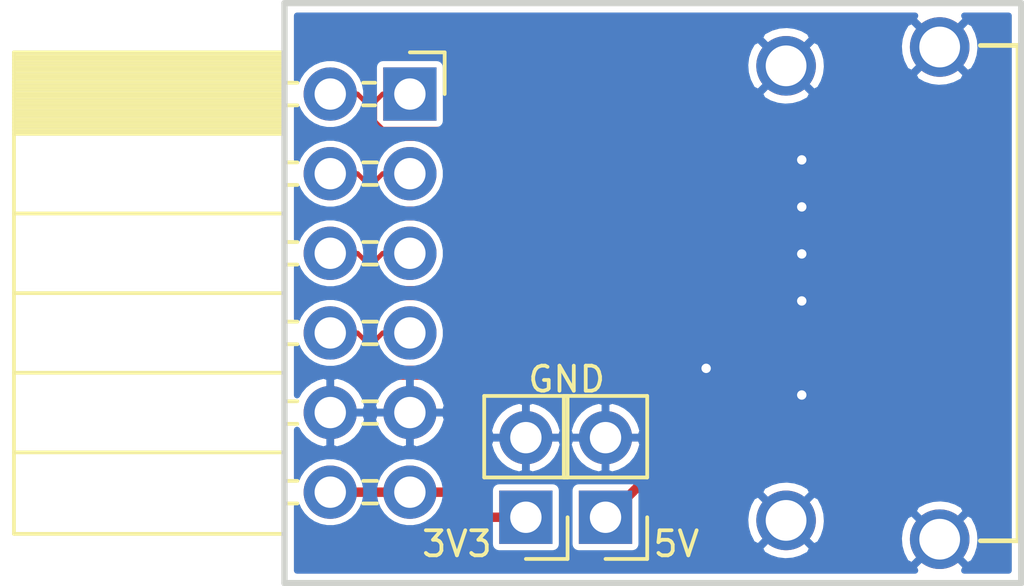
<source format=kicad_pcb>
(kicad_pcb (version 20171130) (host pcbnew 5.1.6-c6e7f7d~87~ubuntu19.10.1)

  (general
    (thickness 1.6)
    (drawings 7)
    (tracks 139)
    (zones 0)
    (modules 13)
    (nets 25)
  )

  (page A4)
  (layers
    (0 F.Cu signal)
    (31 B.Cu signal)
    (32 B.Adhes user hide)
    (33 F.Adhes user hide)
    (34 B.Paste user hide)
    (35 F.Paste user hide)
    (36 B.SilkS user hide)
    (37 F.SilkS user)
    (38 B.Mask user)
    (39 F.Mask user)
    (40 Dwgs.User user hide)
    (41 Cmts.User user hide)
    (42 Eco1.User user hide)
    (43 Eco2.User user hide)
    (44 Edge.Cuts user)
    (45 Margin user hide)
    (46 B.CrtYd user)
    (47 F.CrtYd user)
    (48 B.Fab user)
    (49 F.Fab user hide)
  )

  (setup
    (last_trace_width 0.15)
    (user_trace_width 0.2)
    (user_trace_width 0.3)
    (user_trace_width 0.5)
    (trace_clearance 0.15)
    (zone_clearance 0.2)
    (zone_45_only yes)
    (trace_min 0.13)
    (via_size 0.6)
    (via_drill 0.3)
    (via_min_size 0.6)
    (via_min_drill 0.3)
    (uvia_size 0.3)
    (uvia_drill 0.1)
    (uvias_allowed no)
    (uvia_min_size 0.2)
    (uvia_min_drill 0.1)
    (edge_width 0.15)
    (segment_width 0.2)
    (pcb_text_width 0.3)
    (pcb_text_size 1.5 1.5)
    (mod_edge_width 0.15)
    (mod_text_size 0.8 0.8)
    (mod_text_width 0.12)
    (pad_size 1.524 1.524)
    (pad_drill 0.762)
    (pad_to_mask_clearance 0.051)
    (solder_mask_min_width 0.25)
    (aux_axis_origin 0 0)
    (visible_elements FFFFFF7F)
    (pcbplotparams
      (layerselection 0x010fc_ffffffff)
      (usegerberextensions false)
      (usegerberattributes false)
      (usegerberadvancedattributes false)
      (creategerberjobfile false)
      (excludeedgelayer true)
      (linewidth 0.100000)
      (plotframeref false)
      (viasonmask false)
      (mode 1)
      (useauxorigin false)
      (hpglpennumber 1)
      (hpglpenspeed 20)
      (hpglpendiameter 15.000000)
      (psnegative false)
      (psa4output false)
      (plotreference true)
      (plotvalue false)
      (plotinvisibletext false)
      (padsonsilk false)
      (subtractmaskfromsilk false)
      (outputformat 1)
      (mirror false)
      (drillshape 0)
      (scaleselection 1)
      (outputdirectory "plot/"))
  )

  (net 0 "")
  (net 1 /D2+)
  (net 2 /PMOD_D2+)
  (net 3 /D1+)
  (net 4 /PMOD_D1+)
  (net 5 /D0+)
  (net 6 /PMOD_D0+)
  (net 7 /CK+)
  (net 8 /PMOD_CK+)
  (net 9 /PMOD_D2-)
  (net 10 /D2-)
  (net 11 /PMOD_D1-)
  (net 12 /D1-)
  (net 13 /PMOD_D0-)
  (net 14 /D0-)
  (net 15 /PMOD_CK-)
  (net 16 /CK-)
  (net 17 GND)
  (net 18 +5V)
  (net 19 +3V3)
  (net 20 "Net-(J4-Pad19)")
  (net 21 "Net-(J4-Pad16)")
  (net 22 "Net-(J4-Pad15)")
  (net 23 "Net-(J4-Pad14)")
  (net 24 "Net-(J4-Pad13)")

  (net_class Default "This is the default net class."
    (clearance 0.15)
    (trace_width 0.15)
    (via_dia 0.6)
    (via_drill 0.3)
    (uvia_dia 0.3)
    (uvia_drill 0.1)
    (diff_pair_width 0.13)
    (diff_pair_gap 0.13)
    (add_net +3V3)
    (add_net +5V)
    (add_net /CK+)
    (add_net /CK-)
    (add_net /D0+)
    (add_net /D0-)
    (add_net /D1+)
    (add_net /D1-)
    (add_net /D2+)
    (add_net /D2-)
    (add_net /PMOD_CK+)
    (add_net /PMOD_CK-)
    (add_net /PMOD_D0+)
    (add_net /PMOD_D0-)
    (add_net /PMOD_D1+)
    (add_net /PMOD_D1-)
    (add_net /PMOD_D2+)
    (add_net /PMOD_D2-)
    (add_net GND)
    (add_net "Net-(J4-Pad13)")
    (add_net "Net-(J4-Pad14)")
    (add_net "Net-(J4-Pad15)")
    (add_net "Net-(J4-Pad16)")
    (add_net "Net-(J4-Pad19)")
  )

  (module Connector_PinSocket_2.54mm:PinSocket_2x06_P2.54mm_Horizontal (layer F.Cu) (tedit 5A19A42C) (tstamp 5F632166)
    (at 132.5 70.4)
    (descr "Through hole angled socket strip, 2x06, 2.54mm pitch, 8.51mm socket length, double cols (from Kicad 4.0.7), script generated")
    (tags "Through hole angled socket strip THT 2x06 2.54mm double row")
    (path /5F61A52F)
    (fp_text reference J2 (at 2.555 -1) (layer F.SilkS) hide
      (effects (font (size 0.8 0.8) (thickness 0.12)))
    )
    (fp_text value 02x06 (at -5.65 15.47) (layer F.Fab)
      (effects (font (size 1 1) (thickness 0.15)))
    )
    (fp_line (start 1.8 14.45) (end 1.8 -1.8) (layer F.CrtYd) (width 0.05))
    (fp_line (start -13.05 14.45) (end 1.8 14.45) (layer F.CrtYd) (width 0.05))
    (fp_line (start -13.05 -1.8) (end -13.05 14.45) (layer F.CrtYd) (width 0.05))
    (fp_line (start 1.8 -1.8) (end -13.05 -1.8) (layer F.CrtYd) (width 0.05))
    (fp_line (start 0 -1.33) (end 1.11 -1.33) (layer F.SilkS) (width 0.12))
    (fp_line (start 1.11 -1.33) (end 1.11 0) (layer F.SilkS) (width 0.12))
    (fp_line (start -12.63 -1.33) (end -12.63 14.03) (layer F.SilkS) (width 0.12))
    (fp_line (start -12.63 14.03) (end -4 14.03) (layer F.SilkS) (width 0.12))
    (fp_line (start -4 -1.33) (end -4 14.03) (layer F.SilkS) (width 0.12))
    (fp_line (start -12.63 -1.33) (end -4 -1.33) (layer F.SilkS) (width 0.12))
    (fp_line (start -12.63 11.43) (end -4 11.43) (layer F.SilkS) (width 0.12))
    (fp_line (start -12.63 8.89) (end -4 8.89) (layer F.SilkS) (width 0.12))
    (fp_line (start -12.63 6.35) (end -4 6.35) (layer F.SilkS) (width 0.12))
    (fp_line (start -12.63 3.81) (end -4 3.81) (layer F.SilkS) (width 0.12))
    (fp_line (start -12.63 1.27) (end -4 1.27) (layer F.SilkS) (width 0.12))
    (fp_line (start -1.49 13.06) (end -1.05 13.06) (layer F.SilkS) (width 0.12))
    (fp_line (start -4 13.06) (end -3.59 13.06) (layer F.SilkS) (width 0.12))
    (fp_line (start -1.49 12.34) (end -1.05 12.34) (layer F.SilkS) (width 0.12))
    (fp_line (start -4 12.34) (end -3.59 12.34) (layer F.SilkS) (width 0.12))
    (fp_line (start -1.49 10.52) (end -1.05 10.52) (layer F.SilkS) (width 0.12))
    (fp_line (start -4 10.52) (end -3.59 10.52) (layer F.SilkS) (width 0.12))
    (fp_line (start -1.49 9.8) (end -1.05 9.8) (layer F.SilkS) (width 0.12))
    (fp_line (start -4 9.8) (end -3.59 9.8) (layer F.SilkS) (width 0.12))
    (fp_line (start -1.49 7.98) (end -1.05 7.98) (layer F.SilkS) (width 0.12))
    (fp_line (start -4 7.98) (end -3.59 7.98) (layer F.SilkS) (width 0.12))
    (fp_line (start -1.49 7.26) (end -1.05 7.26) (layer F.SilkS) (width 0.12))
    (fp_line (start -4 7.26) (end -3.59 7.26) (layer F.SilkS) (width 0.12))
    (fp_line (start -1.49 5.44) (end -1.05 5.44) (layer F.SilkS) (width 0.12))
    (fp_line (start -4 5.44) (end -3.59 5.44) (layer F.SilkS) (width 0.12))
    (fp_line (start -1.49 4.72) (end -1.05 4.72) (layer F.SilkS) (width 0.12))
    (fp_line (start -4 4.72) (end -3.59 4.72) (layer F.SilkS) (width 0.12))
    (fp_line (start -1.49 2.9) (end -1.05 2.9) (layer F.SilkS) (width 0.12))
    (fp_line (start -4 2.9) (end -3.59 2.9) (layer F.SilkS) (width 0.12))
    (fp_line (start -1.49 2.18) (end -1.05 2.18) (layer F.SilkS) (width 0.12))
    (fp_line (start -4 2.18) (end -3.59 2.18) (layer F.SilkS) (width 0.12))
    (fp_line (start -1.49 0.36) (end -1.11 0.36) (layer F.SilkS) (width 0.12))
    (fp_line (start -4 0.36) (end -3.59 0.36) (layer F.SilkS) (width 0.12))
    (fp_line (start -1.49 -0.36) (end -1.11 -0.36) (layer F.SilkS) (width 0.12))
    (fp_line (start -4 -0.36) (end -3.59 -0.36) (layer F.SilkS) (width 0.12))
    (fp_line (start -12.63 1.1519) (end -4 1.1519) (layer F.SilkS) (width 0.12))
    (fp_line (start -12.63 1.033805) (end -4 1.033805) (layer F.SilkS) (width 0.12))
    (fp_line (start -12.63 0.91571) (end -4 0.91571) (layer F.SilkS) (width 0.12))
    (fp_line (start -12.63 0.797615) (end -4 0.797615) (layer F.SilkS) (width 0.12))
    (fp_line (start -12.63 0.67952) (end -4 0.67952) (layer F.SilkS) (width 0.12))
    (fp_line (start -12.63 0.561425) (end -4 0.561425) (layer F.SilkS) (width 0.12))
    (fp_line (start -12.63 0.44333) (end -4 0.44333) (layer F.SilkS) (width 0.12))
    (fp_line (start -12.63 0.325235) (end -4 0.325235) (layer F.SilkS) (width 0.12))
    (fp_line (start -12.63 0.20714) (end -4 0.20714) (layer F.SilkS) (width 0.12))
    (fp_line (start -12.63 0.089045) (end -4 0.089045) (layer F.SilkS) (width 0.12))
    (fp_line (start -12.63 -0.02905) (end -4 -0.02905) (layer F.SilkS) (width 0.12))
    (fp_line (start -12.63 -0.147145) (end -4 -0.147145) (layer F.SilkS) (width 0.12))
    (fp_line (start -12.63 -0.26524) (end -4 -0.26524) (layer F.SilkS) (width 0.12))
    (fp_line (start -12.63 -0.383335) (end -4 -0.383335) (layer F.SilkS) (width 0.12))
    (fp_line (start -12.63 -0.50143) (end -4 -0.50143) (layer F.SilkS) (width 0.12))
    (fp_line (start -12.63 -0.619525) (end -4 -0.619525) (layer F.SilkS) (width 0.12))
    (fp_line (start -12.63 -0.73762) (end -4 -0.73762) (layer F.SilkS) (width 0.12))
    (fp_line (start -12.63 -0.855715) (end -4 -0.855715) (layer F.SilkS) (width 0.12))
    (fp_line (start -12.63 -0.97381) (end -4 -0.97381) (layer F.SilkS) (width 0.12))
    (fp_line (start -12.63 -1.091905) (end -4 -1.091905) (layer F.SilkS) (width 0.12))
    (fp_line (start -12.63 -1.21) (end -4 -1.21) (layer F.SilkS) (width 0.12))
    (fp_line (start 0 13) (end 0 12.4) (layer F.Fab) (width 0.1))
    (fp_line (start -4.06 13) (end 0 13) (layer F.Fab) (width 0.1))
    (fp_line (start 0 12.4) (end -4.06 12.4) (layer F.Fab) (width 0.1))
    (fp_line (start 0 10.46) (end 0 9.86) (layer F.Fab) (width 0.1))
    (fp_line (start -4.06 10.46) (end 0 10.46) (layer F.Fab) (width 0.1))
    (fp_line (start 0 9.86) (end -4.06 9.86) (layer F.Fab) (width 0.1))
    (fp_line (start 0 7.92) (end 0 7.32) (layer F.Fab) (width 0.1))
    (fp_line (start -4.06 7.92) (end 0 7.92) (layer F.Fab) (width 0.1))
    (fp_line (start 0 7.32) (end -4.06 7.32) (layer F.Fab) (width 0.1))
    (fp_line (start 0 5.38) (end 0 4.78) (layer F.Fab) (width 0.1))
    (fp_line (start -4.06 5.38) (end 0 5.38) (layer F.Fab) (width 0.1))
    (fp_line (start 0 4.78) (end -4.06 4.78) (layer F.Fab) (width 0.1))
    (fp_line (start 0 2.84) (end 0 2.24) (layer F.Fab) (width 0.1))
    (fp_line (start -4.06 2.84) (end 0 2.84) (layer F.Fab) (width 0.1))
    (fp_line (start 0 2.24) (end -4.06 2.24) (layer F.Fab) (width 0.1))
    (fp_line (start 0 0.3) (end 0 -0.3) (layer F.Fab) (width 0.1))
    (fp_line (start -4.06 0.3) (end 0 0.3) (layer F.Fab) (width 0.1))
    (fp_line (start 0 -0.3) (end -4.06 -0.3) (layer F.Fab) (width 0.1))
    (fp_line (start -12.57 13.97) (end -12.57 -1.27) (layer F.Fab) (width 0.1))
    (fp_line (start -4.06 13.97) (end -12.57 13.97) (layer F.Fab) (width 0.1))
    (fp_line (start -4.06 -0.3) (end -4.06 13.97) (layer F.Fab) (width 0.1))
    (fp_line (start -5.03 -1.27) (end -4.06 -0.3) (layer F.Fab) (width 0.1))
    (fp_line (start -12.57 -1.27) (end -5.03 -1.27) (layer F.Fab) (width 0.1))
    (fp_text user %R (at -8.315 6.35 90) (layer F.Fab)
      (effects (font (size 1 1) (thickness 0.15)))
    )
    (pad 1 thru_hole rect (at 0 0) (size 1.7 1.7) (drill 1) (layers *.Cu *.Mask)
      (net 2 /PMOD_D2+))
    (pad 2 thru_hole oval (at -2.54 0) (size 1.7 1.7) (drill 1) (layers *.Cu *.Mask)
      (net 9 /PMOD_D2-))
    (pad 3 thru_hole oval (at 0 2.54) (size 1.7 1.7) (drill 1) (layers *.Cu *.Mask)
      (net 4 /PMOD_D1+))
    (pad 4 thru_hole oval (at -2.54 2.54) (size 1.7 1.7) (drill 1) (layers *.Cu *.Mask)
      (net 11 /PMOD_D1-))
    (pad 5 thru_hole oval (at 0 5.08) (size 1.7 1.7) (drill 1) (layers *.Cu *.Mask)
      (net 6 /PMOD_D0+))
    (pad 6 thru_hole oval (at -2.54 5.08) (size 1.7 1.7) (drill 1) (layers *.Cu *.Mask)
      (net 13 /PMOD_D0-))
    (pad 7 thru_hole oval (at 0 7.62) (size 1.7 1.7) (drill 1) (layers *.Cu *.Mask)
      (net 8 /PMOD_CK+))
    (pad 8 thru_hole oval (at -2.54 7.62) (size 1.7 1.7) (drill 1) (layers *.Cu *.Mask)
      (net 15 /PMOD_CK-))
    (pad 9 thru_hole oval (at 0 10.16) (size 1.7 1.7) (drill 1) (layers *.Cu *.Mask)
      (net 17 GND))
    (pad 10 thru_hole oval (at -2.54 10.16) (size 1.7 1.7) (drill 1) (layers *.Cu *.Mask)
      (net 17 GND))
    (pad 11 thru_hole oval (at 0 12.7) (size 1.7 1.7) (drill 1) (layers *.Cu *.Mask)
      (net 19 +3V3))
    (pad 12 thru_hole oval (at -2.54 12.7) (size 1.7 1.7) (drill 1) (layers *.Cu *.Mask)
      (net 19 +3V3))
    (model ${KISYS3DMOD}/Connector_PinSocket_2.54mm.3dshapes/PinSocket_2x06_P2.54mm_Horizontal.wrl
      (at (xyz 0 0 0))
      (scale (xyz 1 1 1))
      (rotate (xyz 0 0 0))
    )
  )

  (module Resistor_SMD:R_0402_1005Metric (layer F.Cu) (tedit 5B301BBD) (tstamp 5FB2E424)
    (at 139.75 77.25 180)
    (descr "Resistor SMD 0402 (1005 Metric), square (rectangular) end terminal, IPC_7351 nominal, (Body size source: http://www.tortai-tech.com/upload/download/2011102023233369053.pdf), generated with kicad-footprint-generator")
    (tags resistor)
    (path /5F9B25E1)
    (attr smd)
    (fp_text reference R4 (at 1.9 0 180) (layer F.SilkS) hide
      (effects (font (size 0.8 0.8) (thickness 0.12)))
    )
    (fp_text value 270 (at 0 1.17 180) (layer F.Fab)
      (effects (font (size 1 1) (thickness 0.15)))
    )
    (fp_line (start -0.5 0.25) (end -0.5 -0.25) (layer F.Fab) (width 0.1))
    (fp_line (start -0.5 -0.25) (end 0.5 -0.25) (layer F.Fab) (width 0.1))
    (fp_line (start 0.5 -0.25) (end 0.5 0.25) (layer F.Fab) (width 0.1))
    (fp_line (start 0.5 0.25) (end -0.5 0.25) (layer F.Fab) (width 0.1))
    (fp_line (start -0.93 0.47) (end -0.93 -0.47) (layer F.CrtYd) (width 0.05))
    (fp_line (start -0.93 -0.47) (end 0.93 -0.47) (layer F.CrtYd) (width 0.05))
    (fp_line (start 0.93 -0.47) (end 0.93 0.47) (layer F.CrtYd) (width 0.05))
    (fp_line (start 0.93 0.47) (end -0.93 0.47) (layer F.CrtYd) (width 0.05))
    (fp_text user %R (at 0 0 180) (layer F.Fab)
      (effects (font (size 0.25 0.25) (thickness 0.04)))
    )
    (pad 2 smd roundrect (at 0.485 0 180) (size 0.59 0.64) (layers F.Cu F.Paste F.Mask) (roundrect_rratio 0.25)
      (net 8 /PMOD_CK+))
    (pad 1 smd roundrect (at -0.485 0 180) (size 0.59 0.64) (layers F.Cu F.Paste F.Mask) (roundrect_rratio 0.25)
      (net 7 /CK+))
    (model ${KISYS3DMOD}/Resistor_SMD.3dshapes/R_0402_1005Metric.wrl
      (at (xyz 0 0 0))
      (scale (xyz 1 1 1))
      (rotate (xyz 0 0 0))
    )
  )

  (module Connector_PinHeader_2.54mm:PinHeader_1x02_P2.54mm_Vertical (layer F.Cu) (tedit 59FED5CC) (tstamp 5F9E7795)
    (at 136.2 83.9 180)
    (descr "Through hole straight pin header, 1x02, 2.54mm pitch, single row")
    (tags "Through hole pin header THT 1x02 2.54mm single row")
    (path /5FA32B49)
    (fp_text reference J1 (at -0.05 4.65) (layer F.SilkS) hide
      (effects (font (size 1 1) (thickness 0.15)))
    )
    (fp_text value Conn_01x02 (at 0 4.87) (layer F.Fab)
      (effects (font (size 1 1) (thickness 0.15)))
    )
    (fp_text user %R (at 0 1.27 90) (layer F.Fab)
      (effects (font (size 1 1) (thickness 0.15)))
    )
    (fp_line (start -0.635 -1.27) (end 1.27 -1.27) (layer F.Fab) (width 0.1))
    (fp_line (start 1.27 -1.27) (end 1.27 3.81) (layer F.Fab) (width 0.1))
    (fp_line (start 1.27 3.81) (end -1.27 3.81) (layer F.Fab) (width 0.1))
    (fp_line (start -1.27 3.81) (end -1.27 -0.635) (layer F.Fab) (width 0.1))
    (fp_line (start -1.27 -0.635) (end -0.635 -1.27) (layer F.Fab) (width 0.1))
    (fp_line (start -1.33 3.87) (end 1.33 3.87) (layer F.SilkS) (width 0.12))
    (fp_line (start -1.33 1.27) (end -1.33 3.87) (layer F.SilkS) (width 0.12))
    (fp_line (start 1.33 1.27) (end 1.33 3.87) (layer F.SilkS) (width 0.12))
    (fp_line (start -1.33 1.27) (end 1.33 1.27) (layer F.SilkS) (width 0.12))
    (fp_line (start -1.33 0) (end -1.33 -1.33) (layer F.SilkS) (width 0.12))
    (fp_line (start -1.33 -1.33) (end 0 -1.33) (layer F.SilkS) (width 0.12))
    (fp_line (start -1.8 -1.8) (end -1.8 4.35) (layer F.CrtYd) (width 0.05))
    (fp_line (start -1.8 4.35) (end 1.8 4.35) (layer F.CrtYd) (width 0.05))
    (fp_line (start 1.8 4.35) (end 1.8 -1.8) (layer F.CrtYd) (width 0.05))
    (fp_line (start 1.8 -1.8) (end -1.8 -1.8) (layer F.CrtYd) (width 0.05))
    (pad 2 thru_hole oval (at 0 2.54 180) (size 1.7 1.7) (drill 1) (layers *.Cu *.Mask)
      (net 17 GND))
    (pad 1 thru_hole rect (at 0 0 180) (size 1.7 1.7) (drill 1) (layers *.Cu *.Mask)
      (net 19 +3V3))
    (model ${KISYS3DMOD}/Connector_PinHeader_2.54mm.3dshapes/PinHeader_1x02_P2.54mm_Vertical.wrl
      (at (xyz 0 0 0))
      (scale (xyz 1 1 1))
      (rotate (xyz 0 0 0))
    )
  )

  (module Capacitor_SMD:C_0402_1005Metric (layer F.Cu) (tedit 5B301BBE) (tstamp 5F6317E8)
    (at 141.95 80.25 270)
    (descr "Capacitor SMD 0402 (1005 Metric), square (rectangular) end terminal, IPC_7351 nominal, (Body size source: http://www.tortai-tech.com/upload/download/2011102023233369053.pdf), generated with kicad-footprint-generator")
    (tags capacitor)
    (path /5F630168)
    (attr smd)
    (fp_text reference C1 (at 0 0.95 270) (layer F.SilkS) hide
      (effects (font (size 0.8 0.8) (thickness 0.12)))
    )
    (fp_text value 220n (at 0 1.17 90) (layer F.Fab)
      (effects (font (size 1 1) (thickness 0.15)))
    )
    (fp_line (start 0.93 0.47) (end -0.93 0.47) (layer F.CrtYd) (width 0.05))
    (fp_line (start 0.93 -0.47) (end 0.93 0.47) (layer F.CrtYd) (width 0.05))
    (fp_line (start -0.93 -0.47) (end 0.93 -0.47) (layer F.CrtYd) (width 0.05))
    (fp_line (start -0.93 0.47) (end -0.93 -0.47) (layer F.CrtYd) (width 0.05))
    (fp_line (start 0.5 0.25) (end -0.5 0.25) (layer F.Fab) (width 0.1))
    (fp_line (start 0.5 -0.25) (end 0.5 0.25) (layer F.Fab) (width 0.1))
    (fp_line (start -0.5 -0.25) (end 0.5 -0.25) (layer F.Fab) (width 0.1))
    (fp_line (start -0.5 0.25) (end -0.5 -0.25) (layer F.Fab) (width 0.1))
    (fp_text user %R (at 0 0 90) (layer F.Fab)
      (effects (font (size 0.25 0.25) (thickness 0.04)))
    )
    (pad 1 smd roundrect (at -0.485 0 270) (size 0.59 0.64) (layers F.Cu F.Paste F.Mask) (roundrect_rratio 0.25)
      (net 17 GND))
    (pad 2 smd roundrect (at 0.485 0 270) (size 0.59 0.64) (layers F.Cu F.Paste F.Mask) (roundrect_rratio 0.25)
      (net 18 +5V))
    (model ${KISYS3DMOD}/Capacitor_SMD.3dshapes/C_0402_1005Metric.wrl
      (at (xyz 0 0 0))
      (scale (xyz 1 1 1))
      (rotate (xyz 0 0 0))
    )
  )

  (module Connector_PinHeader_2.54mm:PinHeader_1x02_P2.54mm_Vertical (layer F.Cu) (tedit 59FED5CC) (tstamp 5F631C5E)
    (at 138.74 83.9 180)
    (descr "Through hole straight pin header, 1x02, 2.54mm pitch, single row")
    (tags "Through hole pin header THT 1x02 2.54mm single row")
    (path /5F626B92)
    (fp_text reference J3 (at -0.01 4.65 180) (layer F.SilkS) hide
      (effects (font (size 0.8 0.8) (thickness 0.12)))
    )
    (fp_text value Conn_01x02 (at 0 4.87 180) (layer F.Fab)
      (effects (font (size 1 1) (thickness 0.15)))
    )
    (fp_line (start 1.8 -1.8) (end -1.8 -1.8) (layer F.CrtYd) (width 0.05))
    (fp_line (start 1.8 4.35) (end 1.8 -1.8) (layer F.CrtYd) (width 0.05))
    (fp_line (start -1.8 4.35) (end 1.8 4.35) (layer F.CrtYd) (width 0.05))
    (fp_line (start -1.8 -1.8) (end -1.8 4.35) (layer F.CrtYd) (width 0.05))
    (fp_line (start -1.33 -1.33) (end 0 -1.33) (layer F.SilkS) (width 0.12))
    (fp_line (start -1.33 0) (end -1.33 -1.33) (layer F.SilkS) (width 0.12))
    (fp_line (start -1.33 1.27) (end 1.33 1.27) (layer F.SilkS) (width 0.12))
    (fp_line (start 1.33 1.27) (end 1.33 3.87) (layer F.SilkS) (width 0.12))
    (fp_line (start -1.33 1.27) (end -1.33 3.87) (layer F.SilkS) (width 0.12))
    (fp_line (start -1.33 3.87) (end 1.33 3.87) (layer F.SilkS) (width 0.12))
    (fp_line (start -1.27 -0.635) (end -0.635 -1.27) (layer F.Fab) (width 0.1))
    (fp_line (start -1.27 3.81) (end -1.27 -0.635) (layer F.Fab) (width 0.1))
    (fp_line (start 1.27 3.81) (end -1.27 3.81) (layer F.Fab) (width 0.1))
    (fp_line (start 1.27 -1.27) (end 1.27 3.81) (layer F.Fab) (width 0.1))
    (fp_line (start -0.635 -1.27) (end 1.27 -1.27) (layer F.Fab) (width 0.1))
    (fp_text user %R (at 0 1.27 90) (layer F.Fab)
      (effects (font (size 1 1) (thickness 0.15)))
    )
    (pad 1 thru_hole rect (at 0 0 180) (size 1.7 1.7) (drill 1) (layers *.Cu *.Mask)
      (net 18 +5V))
    (pad 2 thru_hole oval (at 0 2.54 180) (size 1.7 1.7) (drill 1) (layers *.Cu *.Mask)
      (net 17 GND))
    (model ${KISYS3DMOD}/Connector_PinHeader_2.54mm.3dshapes/PinHeader_1x02_P2.54mm_Vertical.wrl
      (at (xyz 0 0 0))
      (scale (xyz 1 1 1))
      (rotate (xyz 0 0 0))
    )
  )

  (module dvi-pmod:HDMI-SS-53000 (layer F.Cu) (tedit 5F2B3614) (tstamp 5FB2E332)
    (at 144.5 76.75 270)
    (path /5F61A1A0)
    (attr smd)
    (fp_text reference J4 (at -7.75 2.5) (layer F.SilkS) hide
      (effects (font (size 0.8 0.8) (thickness 0.12)))
    )
    (fp_text value NOT_HDMI_A (at 0 -2.45 270) (layer F.Fab)
      (effects (font (size 1 1) (thickness 0.15)))
    )
    (fp_line (start -7.9 1) (end -7.9 -7.4) (layer F.CrtYd) (width 0.15))
    (fp_line (start 7.9 1) (end -7.9 1) (layer F.CrtYd) (width 0.15))
    (fp_line (start 7.9 -7.4) (end 7.9 1) (layer F.CrtYd) (width 0.15))
    (fp_line (start -7.9 -7.4) (end 7.9 -7.4) (layer F.CrtYd) (width 0.15))
    (fp_line (start -7.9 -7.4) (end 7.9 -7.4) (layer F.SilkS) (width 0.15))
    (fp_line (start 7.9 -7.4) (end 7.9 -6.2) (layer F.SilkS) (width 0.15))
    (fp_line (start -7.9 -7.4) (end -7.9 -6.2) (layer F.SilkS) (width 0.15))
    (pad SH thru_hole circle (at -7.85 -4.9 270) (size 1.9 1.9) (drill 1.3) (layers *.Cu *.Mask)
      (net 17 GND))
    (pad SH thru_hole circle (at 7.85 -4.9 270) (size 1.9 1.9) (drill 1.3) (layers *.Cu *.Mask)
      (net 17 GND))
    (pad SH thru_hole circle (at -7.25 0 270) (size 1.9 1.9) (drill 1.3) (layers *.Cu *.Mask)
      (net 17 GND))
    (pad SH thru_hole circle (at 7.25 0 270) (size 1.9 1.9) (drill 1.3) (layers *.Cu *.Mask)
      (net 17 GND))
    (pad 19 smd rect (at 4.25 0.9 270) (size 0.3 1.9) (layers F.Cu F.Paste F.Mask)
      (net 20 "Net-(J4-Pad19)"))
    (pad 18 smd rect (at 3.75 0.9 270) (size 0.3 1.9) (layers F.Cu F.Paste F.Mask)
      (net 18 +5V))
    (pad 17 smd rect (at 3.25 0.9 270) (size 0.3 1.9) (layers F.Cu F.Paste F.Mask)
      (net 17 GND))
    (pad 16 smd rect (at 2.75 0.9 270) (size 0.3 1.9) (layers F.Cu F.Paste F.Mask)
      (net 21 "Net-(J4-Pad16)"))
    (pad 15 smd rect (at 2.25 0.9 270) (size 0.3 1.9) (layers F.Cu F.Paste F.Mask)
      (net 22 "Net-(J4-Pad15)"))
    (pad 14 smd rect (at 1.75 0.9 270) (size 0.3 1.9) (layers F.Cu F.Paste F.Mask)
      (net 23 "Net-(J4-Pad14)"))
    (pad 13 smd rect (at 1.25 0.9 270) (size 0.3 1.9) (layers F.Cu F.Paste F.Mask)
      (net 24 "Net-(J4-Pad13)"))
    (pad 12 smd rect (at 0.75 0.9 270) (size 0.3 1.9) (layers F.Cu F.Paste F.Mask)
      (net 16 /CK-))
    (pad 11 smd rect (at 0.25 0.9 270) (size 0.3 1.9) (layers F.Cu F.Paste F.Mask)
      (net 17 GND))
    (pad 10 smd rect (at -0.25 0.9 270) (size 0.3 1.9) (layers F.Cu F.Paste F.Mask)
      (net 7 /CK+))
    (pad 9 smd rect (at -0.75 0.9 270) (size 0.3 1.9) (layers F.Cu F.Paste F.Mask)
      (net 14 /D0-))
    (pad 8 smd rect (at -1.25 0.9 270) (size 0.3 1.9) (layers F.Cu F.Paste F.Mask)
      (net 17 GND))
    (pad 7 smd rect (at -1.75 0.9 270) (size 0.3 1.9) (layers F.Cu F.Paste F.Mask)
      (net 5 /D0+))
    (pad 6 smd rect (at -2.25 0.9 270) (size 0.3 1.9) (layers F.Cu F.Paste F.Mask)
      (net 12 /D1-))
    (pad 5 smd rect (at -2.75 0.9 270) (size 0.3 1.9) (layers F.Cu F.Paste F.Mask)
      (net 17 GND))
    (pad 4 smd rect (at -3.25 0.9 270) (size 0.3 1.9) (layers F.Cu F.Paste F.Mask)
      (net 3 /D1+))
    (pad 3 smd rect (at -3.75 0.9 270) (size 0.3 1.9) (layers F.Cu F.Paste F.Mask)
      (net 10 /D2-))
    (pad 2 smd rect (at -4.25 0.9 270) (size 0.3 1.9) (layers F.Cu F.Paste F.Mask)
      (net 17 GND))
    (pad 1 smd rect (at -4.75 0.9 270) (size 0.3 1.9) (layers F.Cu F.Paste F.Mask)
      (net 1 /D2+))
  )

  (module Resistor_SMD:R_0402_1005Metric (layer F.Cu) (tedit 5B301BBD) (tstamp 5FB2E3F7)
    (at 139.75 71.25 180)
    (descr "Resistor SMD 0402 (1005 Metric), square (rectangular) end terminal, IPC_7351 nominal, (Body size source: http://www.tortai-tech.com/upload/download/2011102023233369053.pdf), generated with kicad-footprint-generator")
    (tags resistor)
    (path /5F9B247A)
    (attr smd)
    (fp_text reference R1 (at 1.9 0 180) (layer F.SilkS) hide
      (effects (font (size 0.8 0.8) (thickness 0.12)))
    )
    (fp_text value 270 (at 0 1.17 180) (layer F.Fab)
      (effects (font (size 1 1) (thickness 0.15)))
    )
    (fp_line (start 0.93 0.47) (end -0.93 0.47) (layer F.CrtYd) (width 0.05))
    (fp_line (start 0.93 -0.47) (end 0.93 0.47) (layer F.CrtYd) (width 0.05))
    (fp_line (start -0.93 -0.47) (end 0.93 -0.47) (layer F.CrtYd) (width 0.05))
    (fp_line (start -0.93 0.47) (end -0.93 -0.47) (layer F.CrtYd) (width 0.05))
    (fp_line (start 0.5 0.25) (end -0.5 0.25) (layer F.Fab) (width 0.1))
    (fp_line (start 0.5 -0.25) (end 0.5 0.25) (layer F.Fab) (width 0.1))
    (fp_line (start -0.5 -0.25) (end 0.5 -0.25) (layer F.Fab) (width 0.1))
    (fp_line (start -0.5 0.25) (end -0.5 -0.25) (layer F.Fab) (width 0.1))
    (fp_text user %R (at 0 0 180) (layer F.Fab)
      (effects (font (size 0.25 0.25) (thickness 0.04)))
    )
    (pad 1 smd roundrect (at -0.485 0 180) (size 0.59 0.64) (layers F.Cu F.Paste F.Mask) (roundrect_rratio 0.25)
      (net 1 /D2+))
    (pad 2 smd roundrect (at 0.485 0 180) (size 0.59 0.64) (layers F.Cu F.Paste F.Mask) (roundrect_rratio 0.25)
      (net 2 /PMOD_D2+))
    (model ${KISYS3DMOD}/Resistor_SMD.3dshapes/R_0402_1005Metric.wrl
      (at (xyz 0 0 0))
      (scale (xyz 1 1 1))
      (rotate (xyz 0 0 0))
    )
  )

  (module Resistor_SMD:R_0402_1005Metric (layer F.Cu) (tedit 5B301BBD) (tstamp 5FB2E406)
    (at 139.75 73.25 180)
    (descr "Resistor SMD 0402 (1005 Metric), square (rectangular) end terminal, IPC_7351 nominal, (Body size source: http://www.tortai-tech.com/upload/download/2011102023233369053.pdf), generated with kicad-footprint-generator")
    (tags resistor)
    (path /5F9B2597)
    (attr smd)
    (fp_text reference R2 (at 1.9 0 180) (layer F.SilkS) hide
      (effects (font (size 0.8 0.8) (thickness 0.12)))
    )
    (fp_text value 270 (at 0 1.17 180) (layer F.Fab)
      (effects (font (size 1 1) (thickness 0.15)))
    )
    (fp_line (start -0.5 0.25) (end -0.5 -0.25) (layer F.Fab) (width 0.1))
    (fp_line (start -0.5 -0.25) (end 0.5 -0.25) (layer F.Fab) (width 0.1))
    (fp_line (start 0.5 -0.25) (end 0.5 0.25) (layer F.Fab) (width 0.1))
    (fp_line (start 0.5 0.25) (end -0.5 0.25) (layer F.Fab) (width 0.1))
    (fp_line (start -0.93 0.47) (end -0.93 -0.47) (layer F.CrtYd) (width 0.05))
    (fp_line (start -0.93 -0.47) (end 0.93 -0.47) (layer F.CrtYd) (width 0.05))
    (fp_line (start 0.93 -0.47) (end 0.93 0.47) (layer F.CrtYd) (width 0.05))
    (fp_line (start 0.93 0.47) (end -0.93 0.47) (layer F.CrtYd) (width 0.05))
    (fp_text user %R (at 0 0 180) (layer F.Fab)
      (effects (font (size 0.25 0.25) (thickness 0.04)))
    )
    (pad 2 smd roundrect (at 0.485 0 180) (size 0.59 0.64) (layers F.Cu F.Paste F.Mask) (roundrect_rratio 0.25)
      (net 4 /PMOD_D1+))
    (pad 1 smd roundrect (at -0.485 0 180) (size 0.59 0.64) (layers F.Cu F.Paste F.Mask) (roundrect_rratio 0.25)
      (net 3 /D1+))
    (model ${KISYS3DMOD}/Resistor_SMD.3dshapes/R_0402_1005Metric.wrl
      (at (xyz 0 0 0))
      (scale (xyz 1 1 1))
      (rotate (xyz 0 0 0))
    )
  )

  (module Resistor_SMD:R_0402_1005Metric (layer F.Cu) (tedit 5B301BBD) (tstamp 5FB2E415)
    (at 139.75 75.25 180)
    (descr "Resistor SMD 0402 (1005 Metric), square (rectangular) end terminal, IPC_7351 nominal, (Body size source: http://www.tortai-tech.com/upload/download/2011102023233369053.pdf), generated with kicad-footprint-generator")
    (tags resistor)
    (path /5F9B25BB)
    (attr smd)
    (fp_text reference R3 (at 1.9 0 180) (layer F.SilkS) hide
      (effects (font (size 0.8 0.8) (thickness 0.12)))
    )
    (fp_text value 270 (at 0 1.17 180) (layer F.Fab)
      (effects (font (size 1 1) (thickness 0.15)))
    )
    (fp_line (start 0.93 0.47) (end -0.93 0.47) (layer F.CrtYd) (width 0.05))
    (fp_line (start 0.93 -0.47) (end 0.93 0.47) (layer F.CrtYd) (width 0.05))
    (fp_line (start -0.93 -0.47) (end 0.93 -0.47) (layer F.CrtYd) (width 0.05))
    (fp_line (start -0.93 0.47) (end -0.93 -0.47) (layer F.CrtYd) (width 0.05))
    (fp_line (start 0.5 0.25) (end -0.5 0.25) (layer F.Fab) (width 0.1))
    (fp_line (start 0.5 -0.25) (end 0.5 0.25) (layer F.Fab) (width 0.1))
    (fp_line (start -0.5 -0.25) (end 0.5 -0.25) (layer F.Fab) (width 0.1))
    (fp_line (start -0.5 0.25) (end -0.5 -0.25) (layer F.Fab) (width 0.1))
    (fp_text user %R (at 0 0 180) (layer F.Fab)
      (effects (font (size 0.25 0.25) (thickness 0.04)))
    )
    (pad 1 smd roundrect (at -0.485 0 180) (size 0.59 0.64) (layers F.Cu F.Paste F.Mask) (roundrect_rratio 0.25)
      (net 5 /D0+))
    (pad 2 smd roundrect (at 0.485 0 180) (size 0.59 0.64) (layers F.Cu F.Paste F.Mask) (roundrect_rratio 0.25)
      (net 6 /PMOD_D0+))
    (model ${KISYS3DMOD}/Resistor_SMD.3dshapes/R_0402_1005Metric.wrl
      (at (xyz 0 0 0))
      (scale (xyz 1 1 1))
      (rotate (xyz 0 0 0))
    )
  )

  (module Resistor_SMD:R_0402_1005Metric (layer F.Cu) (tedit 5B301BBD) (tstamp 5FB2E433)
    (at 139.75 72.25)
    (descr "Resistor SMD 0402 (1005 Metric), square (rectangular) end terminal, IPC_7351 nominal, (Body size source: http://www.tortai-tech.com/upload/download/2011102023233369053.pdf), generated with kicad-footprint-generator")
    (tags resistor)
    (path /5F9B39AE)
    (attr smd)
    (fp_text reference R5 (at -1.9 0) (layer F.SilkS) hide
      (effects (font (size 0.8 0.8) (thickness 0.12)))
    )
    (fp_text value 270 (at 0 1.17) (layer F.Fab)
      (effects (font (size 1 1) (thickness 0.15)))
    )
    (fp_line (start -0.5 0.25) (end -0.5 -0.25) (layer F.Fab) (width 0.1))
    (fp_line (start -0.5 -0.25) (end 0.5 -0.25) (layer F.Fab) (width 0.1))
    (fp_line (start 0.5 -0.25) (end 0.5 0.25) (layer F.Fab) (width 0.1))
    (fp_line (start 0.5 0.25) (end -0.5 0.25) (layer F.Fab) (width 0.1))
    (fp_line (start -0.93 0.47) (end -0.93 -0.47) (layer F.CrtYd) (width 0.05))
    (fp_line (start -0.93 -0.47) (end 0.93 -0.47) (layer F.CrtYd) (width 0.05))
    (fp_line (start 0.93 -0.47) (end 0.93 0.47) (layer F.CrtYd) (width 0.05))
    (fp_line (start 0.93 0.47) (end -0.93 0.47) (layer F.CrtYd) (width 0.05))
    (fp_text user %R (at 0 0) (layer F.Fab)
      (effects (font (size 0.25 0.25) (thickness 0.04)))
    )
    (pad 2 smd roundrect (at 0.485 0) (size 0.59 0.64) (layers F.Cu F.Paste F.Mask) (roundrect_rratio 0.25)
      (net 10 /D2-))
    (pad 1 smd roundrect (at -0.485 0) (size 0.59 0.64) (layers F.Cu F.Paste F.Mask) (roundrect_rratio 0.25)
      (net 9 /PMOD_D2-))
    (model ${KISYS3DMOD}/Resistor_SMD.3dshapes/R_0402_1005Metric.wrl
      (at (xyz 0 0 0))
      (scale (xyz 1 1 1))
      (rotate (xyz 0 0 0))
    )
  )

  (module Resistor_SMD:R_0402_1005Metric (layer F.Cu) (tedit 5B301BBD) (tstamp 5FB2E442)
    (at 139.75 74.25)
    (descr "Resistor SMD 0402 (1005 Metric), square (rectangular) end terminal, IPC_7351 nominal, (Body size source: http://www.tortai-tech.com/upload/download/2011102023233369053.pdf), generated with kicad-footprint-generator")
    (tags resistor)
    (path /5F9B3974)
    (attr smd)
    (fp_text reference R6 (at -1.9 0) (layer F.SilkS) hide
      (effects (font (size 0.8 0.8) (thickness 0.12)))
    )
    (fp_text value 270 (at 0 1.17) (layer F.Fab)
      (effects (font (size 1 1) (thickness 0.15)))
    )
    (fp_line (start 0.93 0.47) (end -0.93 0.47) (layer F.CrtYd) (width 0.05))
    (fp_line (start 0.93 -0.47) (end 0.93 0.47) (layer F.CrtYd) (width 0.05))
    (fp_line (start -0.93 -0.47) (end 0.93 -0.47) (layer F.CrtYd) (width 0.05))
    (fp_line (start -0.93 0.47) (end -0.93 -0.47) (layer F.CrtYd) (width 0.05))
    (fp_line (start 0.5 0.25) (end -0.5 0.25) (layer F.Fab) (width 0.1))
    (fp_line (start 0.5 -0.25) (end 0.5 0.25) (layer F.Fab) (width 0.1))
    (fp_line (start -0.5 -0.25) (end 0.5 -0.25) (layer F.Fab) (width 0.1))
    (fp_line (start -0.5 0.25) (end -0.5 -0.25) (layer F.Fab) (width 0.1))
    (fp_text user %R (at 0 0) (layer F.Fab)
      (effects (font (size 0.25 0.25) (thickness 0.04)))
    )
    (pad 1 smd roundrect (at -0.485 0) (size 0.59 0.64) (layers F.Cu F.Paste F.Mask) (roundrect_rratio 0.25)
      (net 11 /PMOD_D1-))
    (pad 2 smd roundrect (at 0.485 0) (size 0.59 0.64) (layers F.Cu F.Paste F.Mask) (roundrect_rratio 0.25)
      (net 12 /D1-))
    (model ${KISYS3DMOD}/Resistor_SMD.3dshapes/R_0402_1005Metric.wrl
      (at (xyz 0 0 0))
      (scale (xyz 1 1 1))
      (rotate (xyz 0 0 0))
    )
  )

  (module Resistor_SMD:R_0402_1005Metric (layer F.Cu) (tedit 5B301BBD) (tstamp 5FB2E451)
    (at 139.75 76.25)
    (descr "Resistor SMD 0402 (1005 Metric), square (rectangular) end terminal, IPC_7351 nominal, (Body size source: http://www.tortai-tech.com/upload/download/2011102023233369053.pdf), generated with kicad-footprint-generator")
    (tags resistor)
    (path /5F9B2639)
    (attr smd)
    (fp_text reference R7 (at -1.9 0) (layer F.SilkS) hide
      (effects (font (size 0.8 0.8) (thickness 0.12)))
    )
    (fp_text value 270 (at 0 1.17) (layer F.Fab)
      (effects (font (size 1 1) (thickness 0.15)))
    )
    (fp_line (start 0.93 0.47) (end -0.93 0.47) (layer F.CrtYd) (width 0.05))
    (fp_line (start 0.93 -0.47) (end 0.93 0.47) (layer F.CrtYd) (width 0.05))
    (fp_line (start -0.93 -0.47) (end 0.93 -0.47) (layer F.CrtYd) (width 0.05))
    (fp_line (start -0.93 0.47) (end -0.93 -0.47) (layer F.CrtYd) (width 0.05))
    (fp_line (start 0.5 0.25) (end -0.5 0.25) (layer F.Fab) (width 0.1))
    (fp_line (start 0.5 -0.25) (end 0.5 0.25) (layer F.Fab) (width 0.1))
    (fp_line (start -0.5 -0.25) (end 0.5 -0.25) (layer F.Fab) (width 0.1))
    (fp_line (start -0.5 0.25) (end -0.5 -0.25) (layer F.Fab) (width 0.1))
    (fp_text user %R (at 0 0) (layer F.Fab)
      (effects (font (size 0.25 0.25) (thickness 0.04)))
    )
    (pad 1 smd roundrect (at -0.485 0) (size 0.59 0.64) (layers F.Cu F.Paste F.Mask) (roundrect_rratio 0.25)
      (net 13 /PMOD_D0-))
    (pad 2 smd roundrect (at 0.485 0) (size 0.59 0.64) (layers F.Cu F.Paste F.Mask) (roundrect_rratio 0.25)
      (net 14 /D0-))
    (model ${KISYS3DMOD}/Resistor_SMD.3dshapes/R_0402_1005Metric.wrl
      (at (xyz 0 0 0))
      (scale (xyz 1 1 1))
      (rotate (xyz 0 0 0))
    )
  )

  (module Resistor_SMD:R_0402_1005Metric (layer F.Cu) (tedit 5B301BBD) (tstamp 5FB2E460)
    (at 139.75 78.25)
    (descr "Resistor SMD 0402 (1005 Metric), square (rectangular) end terminal, IPC_7351 nominal, (Body size source: http://www.tortai-tech.com/upload/download/2011102023233369053.pdf), generated with kicad-footprint-generator")
    (tags resistor)
    (path /5F9B394C)
    (attr smd)
    (fp_text reference R8 (at -1.9 0) (layer F.SilkS) hide
      (effects (font (size 0.8 0.8) (thickness 0.12)))
    )
    (fp_text value 270 (at 0 1.17) (layer F.Fab)
      (effects (font (size 1 1) (thickness 0.15)))
    )
    (fp_line (start -0.5 0.25) (end -0.5 -0.25) (layer F.Fab) (width 0.1))
    (fp_line (start -0.5 -0.25) (end 0.5 -0.25) (layer F.Fab) (width 0.1))
    (fp_line (start 0.5 -0.25) (end 0.5 0.25) (layer F.Fab) (width 0.1))
    (fp_line (start 0.5 0.25) (end -0.5 0.25) (layer F.Fab) (width 0.1))
    (fp_line (start -0.93 0.47) (end -0.93 -0.47) (layer F.CrtYd) (width 0.05))
    (fp_line (start -0.93 -0.47) (end 0.93 -0.47) (layer F.CrtYd) (width 0.05))
    (fp_line (start 0.93 -0.47) (end 0.93 0.47) (layer F.CrtYd) (width 0.05))
    (fp_line (start 0.93 0.47) (end -0.93 0.47) (layer F.CrtYd) (width 0.05))
    (fp_text user %R (at 0 0) (layer F.Fab)
      (effects (font (size 0.25 0.25) (thickness 0.04)))
    )
    (pad 2 smd roundrect (at 0.485 0) (size 0.59 0.64) (layers F.Cu F.Paste F.Mask) (roundrect_rratio 0.25)
      (net 16 /CK-))
    (pad 1 smd roundrect (at -0.485 0) (size 0.59 0.64) (layers F.Cu F.Paste F.Mask) (roundrect_rratio 0.25)
      (net 15 /PMOD_CK-))
    (model ${KISYS3DMOD}/Resistor_SMD.3dshapes/R_0402_1005Metric.wrl
      (at (xyz 0 0 0))
      (scale (xyz 1 1 1))
      (rotate (xyz 0 0 0))
    )
  )

  (gr_text 3V3 (at 134 84.75) (layer F.SilkS) (tstamp 5F9F29C5)
    (effects (font (size 0.8 0.8) (thickness 0.12)))
  )
  (gr_text 5V (at 141 84.75) (layer F.SilkS) (tstamp 5F63457A)
    (effects (font (size 0.8 0.8) (thickness 0.12)))
  )
  (gr_text GND (at 137.5 79.5) (layer F.SilkS)
    (effects (font (size 0.8 0.8) (thickness 0.12)))
  )
  (gr_line (start 152 86) (end 152 67.5) (layer Edge.Cuts) (width 0.2))
  (gr_line (start 128.5 86) (end 152 86) (layer Edge.Cuts) (width 0.2))
  (gr_line (start 128.5 67.5) (end 128.5 86) (layer Edge.Cuts) (width 0.2))
  (gr_line (start 152 67.5) (end 128.5 67.5) (layer Edge.Cuts) (width 0.2))

  (segment (start 131.38 75.73) (end 131.38 76.35) (width 0.15) (layer F.Cu) (net 6))
  (segment (start 131.38 73.19) (end 131.38 73.81) (width 0.15) (layer F.Cu) (net 4))
  (segment (start 131.38 70.65) (end 131.38 71.27) (width 0.15) (layer F.Cu) (net 2))
  (segment (start 131.38 78.27) (end 131.38 78.89) (width 0.15) (layer F.Cu) (net 8))
  (segment (start 143.6 72) (end 143.595001 72.004999) (width 0.13) (layer F.Cu) (net 1))
  (segment (start 143.6 72) (end 142.65 72) (width 0.15) (layer F.Cu) (net 1))
  (segment (start 142.3 72.35) (end 141.9 72.35) (width 0.15) (layer F.Cu) (net 1))
  (segment (start 140.585 71.6) (end 140.235 71.25) (width 0.15) (layer F.Cu) (net 1))
  (segment (start 142.65 72) (end 142.3 72.35) (width 0.15) (layer F.Cu) (net 1))
  (segment (start 141.9 72.35) (end 141.15 71.6) (width 0.15) (layer F.Cu) (net 1))
  (segment (start 141.15 71.6) (end 140.585 71.6) (width 0.15) (layer F.Cu) (net 1))
  (segment (start 131.63 70.4) (end 131.38 70.65) (width 0.15) (layer F.Cu) (net 2))
  (segment (start 132.5 70.4) (end 131.63 70.4) (width 0.15) (layer F.Cu) (net 2))
  (segment (start 138.915 71.6) (end 139.265 71.25) (width 0.15) (layer F.Cu) (net 2))
  (segment (start 131.63 71.52) (end 137.92 71.52) (width 0.15) (layer F.Cu) (net 2))
  (segment (start 138 71.6) (end 138.915 71.6) (width 0.15) (layer F.Cu) (net 2))
  (segment (start 137.92 71.52) (end 138 71.6) (width 0.15) (layer F.Cu) (net 2))
  (segment (start 131.38 71.27) (end 131.63 71.52) (width 0.15) (layer F.Cu) (net 2))
  (segment (start 140.585 73.6) (end 140.235 73.25) (width 0.15) (layer F.Cu) (net 3))
  (segment (start 142.65 73.5) (end 142.3 73.85) (width 0.15) (layer F.Cu) (net 3))
  (segment (start 142.3 73.85) (end 141.4 73.85) (width 0.15) (layer F.Cu) (net 3))
  (segment (start 141.4 73.85) (end 141.15 73.6) (width 0.15) (layer F.Cu) (net 3))
  (segment (start 143.6 73.5) (end 142.65 73.5) (width 0.15) (layer F.Cu) (net 3))
  (segment (start 141.15 73.6) (end 140.585 73.6) (width 0.15) (layer F.Cu) (net 3))
  (segment (start 137.85 73.6) (end 138.915 73.6) (width 0.15) (layer F.Cu) (net 4))
  (segment (start 131.63 74.06) (end 137.39 74.06) (width 0.15) (layer F.Cu) (net 4))
  (segment (start 138.915 73.6) (end 139.265 73.25) (width 0.15) (layer F.Cu) (net 4))
  (segment (start 137.39 74.06) (end 137.85 73.6) (width 0.15) (layer F.Cu) (net 4))
  (segment (start 131.63 72.94) (end 131.38 73.19) (width 0.15) (layer F.Cu) (net 4))
  (segment (start 132.5 72.94) (end 131.63 72.94) (width 0.15) (layer F.Cu) (net 4))
  (segment (start 131.38 73.81) (end 131.63 74.06) (width 0.15) (layer F.Cu) (net 4))
  (segment (start 143.6 75) (end 142.65 75) (width 0.15) (layer F.Cu) (net 5))
  (segment (start 142.65 75) (end 142.3 75.35) (width 0.15) (layer F.Cu) (net 5))
  (segment (start 140.235 75.25) (end 140.585 75.6) (width 0.15) (layer F.Cu) (net 5))
  (segment (start 140.585 75.6) (end 141 75.6) (width 0.15) (layer F.Cu) (net 5))
  (segment (start 141.25 75.35) (end 141 75.6) (width 0.15) (layer F.Cu) (net 5))
  (segment (start 142.3 75.35) (end 141.25 75.35) (width 0.15) (layer F.Cu) (net 5))
  (segment (start 138.915 75.6) (end 139.265 75.25) (width 0.15) (layer F.Cu) (net 6))
  (segment (start 137.85 75.6) (end 138.915 75.6) (width 0.15) (layer F.Cu) (net 6))
  (segment (start 131.63 76.6) (end 136.85 76.6) (width 0.15) (layer F.Cu) (net 6))
  (segment (start 136.85 76.6) (end 137.85 75.6) (width 0.15) (layer F.Cu) (net 6))
  (segment (start 131.63 75.48) (end 131.38 75.73) (width 0.15) (layer F.Cu) (net 6))
  (segment (start 132.5 75.48) (end 131.63 75.48) (width 0.15) (layer F.Cu) (net 6))
  (segment (start 131.38 76.35) (end 131.63 76.6) (width 0.15) (layer F.Cu) (net 6))
  (segment (start 143.6 76.5) (end 142.65 76.5) (width 0.15) (layer F.Cu) (net 7))
  (segment (start 142.65 76.5) (end 142.3 76.85) (width 0.15) (layer F.Cu) (net 7))
  (segment (start 140.235 77.25) (end 140.585 77.6) (width 0.15) (layer F.Cu) (net 7))
  (segment (start 140.585 77.6) (end 141 77.6) (width 0.15) (layer F.Cu) (net 7))
  (segment (start 141.75 76.85) (end 141 77.6) (width 0.15) (layer F.Cu) (net 7))
  (segment (start 142.3 76.85) (end 141.75 76.85) (width 0.15) (layer F.Cu) (net 7))
  (segment (start 138.915 77.6) (end 139.265 77.25) (width 0.15) (layer F.Cu) (net 8))
  (segment (start 137.85 77.6) (end 138.915 77.6) (width 0.15) (layer F.Cu) (net 8))
  (segment (start 131.63 79.14) (end 136.31 79.14) (width 0.15) (layer F.Cu) (net 8))
  (segment (start 136.31 79.14) (end 137.85 77.6) (width 0.15) (layer F.Cu) (net 8))
  (segment (start 131.63 78.02) (end 131.38 78.27) (width 0.15) (layer F.Cu) (net 8))
  (segment (start 132.5 78.02) (end 131.63 78.02) (width 0.15) (layer F.Cu) (net 8))
  (segment (start 131.38 78.89) (end 131.63 79.14) (width 0.15) (layer F.Cu) (net 8))
  (segment (start 138.915 71.9) (end 139.265 72.25) (width 0.15) (layer F.Cu) (net 9))
  (segment (start 130.83 70.4) (end 131.08 70.65) (width 0.15) (layer F.Cu) (net 9))
  (segment (start 137.77 71.82) (end 137.85 71.9) (width 0.15) (layer F.Cu) (net 9))
  (segment (start 131.48 71.82) (end 137.77 71.82) (width 0.15) (layer F.Cu) (net 9))
  (segment (start 137.85 71.9) (end 138.915 71.9) (width 0.15) (layer F.Cu) (net 9))
  (segment (start 131.08 70.65) (end 131.08 71.42) (width 0.15) (layer F.Cu) (net 9))
  (segment (start 129.96 70.4) (end 130.83 70.4) (width 0.15) (layer F.Cu) (net 9))
  (segment (start 131.08 71.42) (end 131.48 71.82) (width 0.15) (layer F.Cu) (net 9))
  (segment (start 143.6 73) (end 142.65 73) (width 0.15) (layer F.Cu) (net 10))
  (segment (start 142.65 73) (end 142.3 72.65) (width 0.15) (layer F.Cu) (net 10))
  (segment (start 140.235 72.25) (end 140.585 71.9) (width 0.15) (layer F.Cu) (net 10))
  (segment (start 140.585 71.9) (end 141 71.9) (width 0.15) (layer F.Cu) (net 10))
  (segment (start 141.75 72.65) (end 141 71.9) (width 0.15) (layer F.Cu) (net 10))
  (segment (start 142.3 72.65) (end 141.75 72.65) (width 0.15) (layer F.Cu) (net 10))
  (segment (start 138 73.9) (end 138.915 73.9) (width 0.15) (layer F.Cu) (net 11))
  (segment (start 130.83 72.94) (end 131.08 73.19) (width 0.15) (layer F.Cu) (net 11))
  (segment (start 129.96 72.94) (end 130.83 72.94) (width 0.15) (layer F.Cu) (net 11))
  (segment (start 131.08 73.19) (end 131.08 73.96) (width 0.15) (layer F.Cu) (net 11))
  (segment (start 138.915 73.9) (end 139.265 74.25) (width 0.15) (layer F.Cu) (net 11))
  (segment (start 131.08 73.96) (end 131.48 74.36) (width 0.15) (layer F.Cu) (net 11))
  (segment (start 137.54 74.36) (end 138 73.9) (width 0.15) (layer F.Cu) (net 11))
  (segment (start 131.48 74.36) (end 137.54 74.36) (width 0.15) (layer F.Cu) (net 11))
  (segment (start 143.6 74.5) (end 142.65 74.5) (width 0.15) (layer F.Cu) (net 12))
  (segment (start 142.65 74.5) (end 142.3 74.15) (width 0.15) (layer F.Cu) (net 12))
  (segment (start 140.235 74.25) (end 140.585 73.9) (width 0.15) (layer F.Cu) (net 12))
  (segment (start 140.585 73.9) (end 141 73.9) (width 0.15) (layer F.Cu) (net 12))
  (segment (start 141.25 74.15) (end 141 73.9) (width 0.15) (layer F.Cu) (net 12))
  (segment (start 142.3 74.15) (end 141.25 74.15) (width 0.15) (layer F.Cu) (net 12))
  (segment (start 137 76.9) (end 138 75.9) (width 0.15) (layer F.Cu) (net 13))
  (segment (start 130.83 75.48) (end 131.08 75.73) (width 0.15) (layer F.Cu) (net 13))
  (segment (start 138.915 75.9) (end 139.265 76.25) (width 0.15) (layer F.Cu) (net 13))
  (segment (start 131.08 75.73) (end 131.08 76.5) (width 0.15) (layer F.Cu) (net 13))
  (segment (start 138 75.9) (end 138.915 75.9) (width 0.15) (layer F.Cu) (net 13))
  (segment (start 129.96 75.48) (end 130.83 75.48) (width 0.15) (layer F.Cu) (net 13))
  (segment (start 131.08 76.5) (end 131.48 76.9) (width 0.15) (layer F.Cu) (net 13))
  (segment (start 131.48 76.9) (end 137 76.9) (width 0.15) (layer F.Cu) (net 13))
  (segment (start 140.585 75.9) (end 140.235 76.25) (width 0.15) (layer F.Cu) (net 14))
  (segment (start 142.65 76) (end 142.3 75.65) (width 0.15) (layer F.Cu) (net 14))
  (segment (start 143.6 76) (end 142.65 76) (width 0.15) (layer F.Cu) (net 14))
  (segment (start 142.3 75.65) (end 141.4 75.65) (width 0.15) (layer F.Cu) (net 14))
  (segment (start 141.15 75.9) (end 140.585 75.9) (width 0.15) (layer F.Cu) (net 14))
  (segment (start 141.4 75.65) (end 141.15 75.9) (width 0.15) (layer F.Cu) (net 14))
  (segment (start 136.46 79.44) (end 138 77.9) (width 0.15) (layer F.Cu) (net 15))
  (segment (start 138.915 77.9) (end 139.265 78.25) (width 0.15) (layer F.Cu) (net 15))
  (segment (start 130.83 78.02) (end 131.08 78.27) (width 0.15) (layer F.Cu) (net 15))
  (segment (start 131.08 79.04) (end 131.48 79.44) (width 0.15) (layer F.Cu) (net 15))
  (segment (start 129.96 78.02) (end 130.83 78.02) (width 0.15) (layer F.Cu) (net 15))
  (segment (start 131.48 79.44) (end 136.46 79.44) (width 0.15) (layer F.Cu) (net 15))
  (segment (start 138 77.9) (end 138.915 77.9) (width 0.15) (layer F.Cu) (net 15))
  (segment (start 131.08 78.27) (end 131.08 79.04) (width 0.15) (layer F.Cu) (net 15))
  (segment (start 140.585 77.9) (end 140.235 78.25) (width 0.15) (layer F.Cu) (net 16))
  (segment (start 142.65 77.5) (end 142.3 77.15) (width 0.15) (layer F.Cu) (net 16))
  (segment (start 143.6 77.5) (end 142.65 77.5) (width 0.15) (layer F.Cu) (net 16))
  (segment (start 141.9 77.15) (end 141.15 77.9) (width 0.15) (layer F.Cu) (net 16))
  (segment (start 142.3 77.15) (end 141.9 77.15) (width 0.15) (layer F.Cu) (net 16))
  (segment (start 141.15 77.9) (end 140.585 77.9) (width 0.15) (layer F.Cu) (net 16))
  (via (at 145 72.5) (size 0.6) (drill 0.3) (layers F.Cu B.Cu) (net 17) (tstamp 5F633864) (status 40000))
  (via (at 145 74) (size 0.6) (drill 0.3) (layers F.Cu B.Cu) (net 17) (tstamp 5F633866) (status 40000))
  (via (at 145 75.5) (size 0.6) (drill 0.3) (layers F.Cu B.Cu) (net 17) (tstamp 5F633868) (status 40000))
  (via (at 145 77) (size 0.6) (drill 0.3) (layers F.Cu B.Cu) (net 17) (tstamp 5F63386A) (status 40000))
  (via (at 141.95 79.15) (size 0.6) (drill 0.3) (layers F.Cu B.Cu) (net 17) (tstamp 5F63386C) (status 40000))
  (via (at 145 80) (size 0.6) (drill 0.3) (layers F.Cu B.Cu) (net 17) (tstamp 5F63387A) (status 40000))
  (segment (start 143.6 72.5) (end 145 72.5) (width 0.3) (layer F.Cu) (net 17))
  (segment (start 143.6 74) (end 145 74) (width 0.3) (layer F.Cu) (net 17))
  (segment (start 143.6 75.5) (end 145 75.5) (width 0.3) (layer F.Cu) (net 17))
  (segment (start 143.6 77) (end 145 77) (width 0.3) (layer F.Cu) (net 17))
  (segment (start 143.6 80) (end 145 80) (width 0.3) (layer F.Cu) (net 17))
  (segment (start 141.95 79.765) (end 142.185 80) (width 0.3) (layer F.Cu) (net 17))
  (segment (start 143.6 80) (end 142.185 80) (width 0.3) (layer F.Cu) (net 17))
  (segment (start 141.95 79.15) (end 141.95 79.6) (width 0.3) (layer F.Cu) (net 17))
  (segment (start 141.95 79.765) (end 141.95 79.6) (width 0.3) (layer F.Cu) (net 17))
  (segment (start 143.515 80.5) (end 143.6 80.5) (width 0.3) (layer F.Cu) (net 18))
  (segment (start 141.95 80.735) (end 142.185 80.5) (width 0.3) (layer F.Cu) (net 18))
  (segment (start 143.6 80.5) (end 142.2 80.5) (width 0.3) (layer F.Cu) (net 18))
  (segment (start 141.95 80.735) (end 141.95 80.75) (width 0.3) (layer F.Cu) (net 18))
  (segment (start 141.95 80.75) (end 138.8 83.9) (width 0.3) (layer F.Cu) (net 18))
  (segment (start 138.8 83.9) (end 138.85 83.9) (width 0.3) (layer F.Cu) (net 18))
  (segment (start 129.96 83.1) (end 131.2 83.1) (width 0.3) (layer F.Cu) (net 19))
  (segment (start 132.5 83.1) (end 131.2 83.1) (width 0.3) (layer F.Cu) (net 19))
  (segment (start 132.5 83.1) (end 133.9 83.1) (width 0.3) (layer F.Cu) (net 19))
  (segment (start 133.9 83.1) (end 134.7 83.9) (width 0.3) (layer F.Cu) (net 19))
  (segment (start 136.2 83.9) (end 134.7 83.9) (width 0.3) (layer F.Cu) (net 19))

  (zone (net 17) (net_name GND) (layer B.Cu) (tstamp 5F9EC01E) (hatch edge 0.508)
    (connect_pads (clearance 0.2))
    (min_thickness 0.2)
    (fill yes (arc_segments 16) (thermal_gap 0.25) (thermal_bridge_width 0.25))
    (polygon
      (pts
        (xy 128.5 67.5) (xy 152 67.5) (xy 152 86) (xy 128.5 86)
      )
    )
    (filled_polygon
      (pts
        (xy 148.556044 68.020689) (xy 149.4 68.864645) (xy 150.243956 68.020689) (xy 150.183294 67.9) (xy 151.600001 67.9)
        (xy 151.6 85.6) (xy 150.183294 85.6) (xy 150.243956 85.479311) (xy 149.4 84.635355) (xy 148.556044 85.479311)
        (xy 148.616706 85.6) (xy 128.9 85.6) (xy 128.9 83.546027) (xy 128.940884 83.644729) (xy 129.066737 83.833082)
        (xy 129.226918 83.993263) (xy 129.415271 84.119116) (xy 129.624557 84.205806) (xy 129.846735 84.25) (xy 130.073265 84.25)
        (xy 130.295443 84.205806) (xy 130.504729 84.119116) (xy 130.693082 83.993263) (xy 130.853263 83.833082) (xy 130.979116 83.644729)
        (xy 131.065806 83.435443) (xy 131.11 83.213265) (xy 131.11 82.986735) (xy 131.35 82.986735) (xy 131.35 83.213265)
        (xy 131.394194 83.435443) (xy 131.480884 83.644729) (xy 131.606737 83.833082) (xy 131.766918 83.993263) (xy 131.955271 84.119116)
        (xy 132.164557 84.205806) (xy 132.386735 84.25) (xy 132.613265 84.25) (xy 132.835443 84.205806) (xy 133.044729 84.119116)
        (xy 133.233082 83.993263) (xy 133.393263 83.833082) (xy 133.519116 83.644729) (xy 133.605806 83.435443) (xy 133.65 83.213265)
        (xy 133.65 83.05) (xy 135.048549 83.05) (xy 135.048549 84.75) (xy 135.054341 84.80881) (xy 135.071496 84.86536)
        (xy 135.099353 84.917477) (xy 135.136842 84.963158) (xy 135.182523 85.000647) (xy 135.23464 85.028504) (xy 135.29119 85.045659)
        (xy 135.35 85.051451) (xy 137.05 85.051451) (xy 137.10881 85.045659) (xy 137.16536 85.028504) (xy 137.217477 85.000647)
        (xy 137.263158 84.963158) (xy 137.300647 84.917477) (xy 137.328504 84.86536) (xy 137.345659 84.80881) (xy 137.351451 84.75)
        (xy 137.351451 83.05) (xy 137.588549 83.05) (xy 137.588549 84.75) (xy 137.594341 84.80881) (xy 137.611496 84.86536)
        (xy 137.639353 84.917477) (xy 137.676842 84.963158) (xy 137.722523 85.000647) (xy 137.77464 85.028504) (xy 137.83119 85.045659)
        (xy 137.89 85.051451) (xy 139.59 85.051451) (xy 139.64881 85.045659) (xy 139.70536 85.028504) (xy 139.757477 85.000647)
        (xy 139.803158 84.963158) (xy 139.840647 84.917477) (xy 139.861047 84.879311) (xy 143.656044 84.879311) (xy 143.752549 85.071312)
        (xy 143.975914 85.196548) (xy 144.219419 85.2758) (xy 144.473706 85.306025) (xy 144.729004 85.28606) (xy 144.975502 85.216673)
        (xy 145.203726 85.100529) (xy 145.247451 85.071312) (xy 145.343956 84.879311) (xy 144.5 84.035355) (xy 143.656044 84.879311)
        (xy 139.861047 84.879311) (xy 139.868504 84.86536) (xy 139.885659 84.80881) (xy 139.891451 84.75) (xy 139.891451 83.973706)
        (xy 143.193975 83.973706) (xy 143.21394 84.229004) (xy 143.283327 84.475502) (xy 143.399471 84.703726) (xy 143.428688 84.747451)
        (xy 143.620689 84.843956) (xy 144.464645 84) (xy 144.535355 84) (xy 145.379311 84.843956) (xy 145.571312 84.747451)
        (xy 145.668727 84.573706) (xy 148.093975 84.573706) (xy 148.11394 84.829004) (xy 148.183327 85.075502) (xy 148.299471 85.303726)
        (xy 148.328688 85.347451) (xy 148.520689 85.443956) (xy 149.364645 84.6) (xy 149.435355 84.6) (xy 150.279311 85.443956)
        (xy 150.471312 85.347451) (xy 150.596548 85.124086) (xy 150.6758 84.880581) (xy 150.706025 84.626294) (xy 150.68606 84.370996)
        (xy 150.616673 84.124498) (xy 150.500529 83.896274) (xy 150.471312 83.852549) (xy 150.279311 83.756044) (xy 149.435355 84.6)
        (xy 149.364645 84.6) (xy 148.520689 83.756044) (xy 148.328688 83.852549) (xy 148.203452 84.075914) (xy 148.1242 84.319419)
        (xy 148.093975 84.573706) (xy 145.668727 84.573706) (xy 145.696548 84.524086) (xy 145.7758 84.280581) (xy 145.806025 84.026294)
        (xy 145.78606 83.770996) (xy 145.7719 83.720689) (xy 148.556044 83.720689) (xy 149.4 84.564645) (xy 150.243956 83.720689)
        (xy 150.147451 83.528688) (xy 149.924086 83.403452) (xy 149.680581 83.3242) (xy 149.426294 83.293975) (xy 149.170996 83.31394)
        (xy 148.924498 83.383327) (xy 148.696274 83.499471) (xy 148.652549 83.528688) (xy 148.556044 83.720689) (xy 145.7719 83.720689)
        (xy 145.716673 83.524498) (xy 145.600529 83.296274) (xy 145.571312 83.252549) (xy 145.379311 83.156044) (xy 144.535355 84)
        (xy 144.464645 84) (xy 143.620689 83.156044) (xy 143.428688 83.252549) (xy 143.303452 83.475914) (xy 143.2242 83.719419)
        (xy 143.193975 83.973706) (xy 139.891451 83.973706) (xy 139.891451 83.120689) (xy 143.656044 83.120689) (xy 144.5 83.964645)
        (xy 145.343956 83.120689) (xy 145.247451 82.928688) (xy 145.024086 82.803452) (xy 144.780581 82.7242) (xy 144.526294 82.693975)
        (xy 144.270996 82.71394) (xy 144.024498 82.783327) (xy 143.796274 82.899471) (xy 143.752549 82.928688) (xy 143.656044 83.120689)
        (xy 139.891451 83.120689) (xy 139.891451 83.05) (xy 139.885659 82.99119) (xy 139.868504 82.93464) (xy 139.840647 82.882523)
        (xy 139.803158 82.836842) (xy 139.757477 82.799353) (xy 139.70536 82.771496) (xy 139.64881 82.754341) (xy 139.59 82.748549)
        (xy 137.89 82.748549) (xy 137.83119 82.754341) (xy 137.77464 82.771496) (xy 137.722523 82.799353) (xy 137.676842 82.836842)
        (xy 137.639353 82.882523) (xy 137.611496 82.93464) (xy 137.594341 82.99119) (xy 137.588549 83.05) (xy 137.351451 83.05)
        (xy 137.345659 82.99119) (xy 137.328504 82.93464) (xy 137.300647 82.882523) (xy 137.263158 82.836842) (xy 137.217477 82.799353)
        (xy 137.16536 82.771496) (xy 137.10881 82.754341) (xy 137.05 82.748549) (xy 135.35 82.748549) (xy 135.29119 82.754341)
        (xy 135.23464 82.771496) (xy 135.182523 82.799353) (xy 135.136842 82.836842) (xy 135.099353 82.882523) (xy 135.071496 82.93464)
        (xy 135.054341 82.99119) (xy 135.048549 83.05) (xy 133.65 83.05) (xy 133.65 82.986735) (xy 133.605806 82.764557)
        (xy 133.519116 82.555271) (xy 133.393263 82.366918) (xy 133.233082 82.206737) (xy 133.044729 82.080884) (xy 132.835443 81.994194)
        (xy 132.613265 81.95) (xy 132.386735 81.95) (xy 132.164557 81.994194) (xy 131.955271 82.080884) (xy 131.766918 82.206737)
        (xy 131.606737 82.366918) (xy 131.480884 82.555271) (xy 131.394194 82.764557) (xy 131.35 82.986735) (xy 131.11 82.986735)
        (xy 131.065806 82.764557) (xy 130.979116 82.555271) (xy 130.853263 82.366918) (xy 130.693082 82.206737) (xy 130.504729 82.080884)
        (xy 130.295443 81.994194) (xy 130.073265 81.95) (xy 129.846735 81.95) (xy 129.624557 81.994194) (xy 129.415271 82.080884)
        (xy 129.226918 82.206737) (xy 129.066737 82.366918) (xy 128.940884 82.555271) (xy 128.9 82.653973) (xy 128.9 81.111209)
        (xy 128.974696 81.244964) (xy 129.127258 81.424026) (xy 129.311822 81.569884) (xy 129.521295 81.676933) (xy 129.747627 81.741059)
        (xy 129.935 81.672241) (xy 129.935 80.585) (xy 129.985 80.585) (xy 129.985 81.672241) (xy 130.172373 81.741059)
        (xy 130.398705 81.676933) (xy 130.608178 81.569884) (xy 130.792742 81.424026) (xy 130.945304 81.244964) (xy 131.060002 81.039579)
        (xy 131.132427 80.815764) (xy 131.141058 80.772373) (xy 131.318942 80.772373) (xy 131.327573 80.815764) (xy 131.399998 81.039579)
        (xy 131.514696 81.244964) (xy 131.667258 81.424026) (xy 131.851822 81.569884) (xy 132.061295 81.676933) (xy 132.287627 81.741059)
        (xy 132.475 81.672241) (xy 132.475 80.585) (xy 132.525 80.585) (xy 132.525 81.672241) (xy 132.712373 81.741059)
        (xy 132.938705 81.676933) (xy 133.143307 81.572373) (xy 135.018942 81.572373) (xy 135.027573 81.615764) (xy 135.099998 81.839579)
        (xy 135.214696 82.044964) (xy 135.367258 82.224026) (xy 135.551822 82.369884) (xy 135.761295 82.476933) (xy 135.987627 82.541059)
        (xy 136.175 82.472241) (xy 136.175 81.385) (xy 136.225 81.385) (xy 136.225 82.472241) (xy 136.412373 82.541059)
        (xy 136.638705 82.476933) (xy 136.848178 82.369884) (xy 137.032742 82.224026) (xy 137.185304 82.044964) (xy 137.300002 81.839579)
        (xy 137.372427 81.615764) (xy 137.381058 81.572373) (xy 137.558942 81.572373) (xy 137.567573 81.615764) (xy 137.639998 81.839579)
        (xy 137.754696 82.044964) (xy 137.907258 82.224026) (xy 138.091822 82.369884) (xy 138.301295 82.476933) (xy 138.527627 82.541059)
        (xy 138.715 82.472241) (xy 138.715 81.385) (xy 138.765 81.385) (xy 138.765 82.472241) (xy 138.952373 82.541059)
        (xy 139.178705 82.476933) (xy 139.388178 82.369884) (xy 139.572742 82.224026) (xy 139.725304 82.044964) (xy 139.840002 81.839579)
        (xy 139.912427 81.615764) (xy 139.921058 81.572373) (xy 139.852219 81.385) (xy 138.765 81.385) (xy 138.715 81.385)
        (xy 137.627781 81.385) (xy 137.558942 81.572373) (xy 137.381058 81.572373) (xy 137.312219 81.385) (xy 136.225 81.385)
        (xy 136.175 81.385) (xy 135.087781 81.385) (xy 135.018942 81.572373) (xy 133.143307 81.572373) (xy 133.148178 81.569884)
        (xy 133.332742 81.424026) (xy 133.485304 81.244964) (xy 133.539662 81.147627) (xy 135.018942 81.147627) (xy 135.087781 81.335)
        (xy 136.175 81.335) (xy 136.175 80.247759) (xy 136.225 80.247759) (xy 136.225 81.335) (xy 137.312219 81.335)
        (xy 137.381058 81.147627) (xy 137.558942 81.147627) (xy 137.627781 81.335) (xy 138.715 81.335) (xy 138.715 80.247759)
        (xy 138.765 80.247759) (xy 138.765 81.335) (xy 139.852219 81.335) (xy 139.921058 81.147627) (xy 139.912427 81.104236)
        (xy 139.840002 80.880421) (xy 139.725304 80.675036) (xy 139.572742 80.495974) (xy 139.388178 80.350116) (xy 139.178705 80.243067)
        (xy 138.952373 80.178941) (xy 138.765 80.247759) (xy 138.715 80.247759) (xy 138.527627 80.178941) (xy 138.301295 80.243067)
        (xy 138.091822 80.350116) (xy 137.907258 80.495974) (xy 137.754696 80.675036) (xy 137.639998 80.880421) (xy 137.567573 81.104236)
        (xy 137.558942 81.147627) (xy 137.381058 81.147627) (xy 137.372427 81.104236) (xy 137.300002 80.880421) (xy 137.185304 80.675036)
        (xy 137.032742 80.495974) (xy 136.848178 80.350116) (xy 136.638705 80.243067) (xy 136.412373 80.178941) (xy 136.225 80.247759)
        (xy 136.175 80.247759) (xy 135.987627 80.178941) (xy 135.761295 80.243067) (xy 135.551822 80.350116) (xy 135.367258 80.495974)
        (xy 135.214696 80.675036) (xy 135.099998 80.880421) (xy 135.027573 81.104236) (xy 135.018942 81.147627) (xy 133.539662 81.147627)
        (xy 133.600002 81.039579) (xy 133.672427 80.815764) (xy 133.681058 80.772373) (xy 133.612219 80.585) (xy 132.525 80.585)
        (xy 132.475 80.585) (xy 131.387781 80.585) (xy 131.318942 80.772373) (xy 131.141058 80.772373) (xy 131.072219 80.585)
        (xy 129.985 80.585) (xy 129.935 80.585) (xy 129.915 80.585) (xy 129.915 80.535) (xy 129.935 80.535)
        (xy 129.935 79.447759) (xy 129.985 79.447759) (xy 129.985 80.535) (xy 131.072219 80.535) (xy 131.141058 80.347627)
        (xy 131.318942 80.347627) (xy 131.387781 80.535) (xy 132.475 80.535) (xy 132.475 79.447759) (xy 132.525 79.447759)
        (xy 132.525 80.535) (xy 133.612219 80.535) (xy 133.681058 80.347627) (xy 133.672427 80.304236) (xy 133.600002 80.080421)
        (xy 133.485304 79.875036) (xy 133.332742 79.695974) (xy 133.148178 79.550116) (xy 132.938705 79.443067) (xy 132.712373 79.378941)
        (xy 132.525 79.447759) (xy 132.475 79.447759) (xy 132.287627 79.378941) (xy 132.061295 79.443067) (xy 131.851822 79.550116)
        (xy 131.667258 79.695974) (xy 131.514696 79.875036) (xy 131.399998 80.080421) (xy 131.327573 80.304236) (xy 131.318942 80.347627)
        (xy 131.141058 80.347627) (xy 131.132427 80.304236) (xy 131.060002 80.080421) (xy 130.945304 79.875036) (xy 130.792742 79.695974)
        (xy 130.608178 79.550116) (xy 130.398705 79.443067) (xy 130.172373 79.378941) (xy 129.985 79.447759) (xy 129.935 79.447759)
        (xy 129.747627 79.378941) (xy 129.521295 79.443067) (xy 129.311822 79.550116) (xy 129.127258 79.695974) (xy 128.974696 79.875036)
        (xy 128.9 80.008791) (xy 128.9 78.466027) (xy 128.940884 78.564729) (xy 129.066737 78.753082) (xy 129.226918 78.913263)
        (xy 129.415271 79.039116) (xy 129.624557 79.125806) (xy 129.846735 79.17) (xy 130.073265 79.17) (xy 130.295443 79.125806)
        (xy 130.504729 79.039116) (xy 130.693082 78.913263) (xy 130.853263 78.753082) (xy 130.979116 78.564729) (xy 131.065806 78.355443)
        (xy 131.11 78.133265) (xy 131.11 77.906735) (xy 131.35 77.906735) (xy 131.35 78.133265) (xy 131.394194 78.355443)
        (xy 131.480884 78.564729) (xy 131.606737 78.753082) (xy 131.766918 78.913263) (xy 131.955271 79.039116) (xy 132.164557 79.125806)
        (xy 132.386735 79.17) (xy 132.613265 79.17) (xy 132.835443 79.125806) (xy 133.044729 79.039116) (xy 133.233082 78.913263)
        (xy 133.393263 78.753082) (xy 133.519116 78.564729) (xy 133.605806 78.355443) (xy 133.65 78.133265) (xy 133.65 77.906735)
        (xy 133.605806 77.684557) (xy 133.519116 77.475271) (xy 133.393263 77.286918) (xy 133.233082 77.126737) (xy 133.044729 77.000884)
        (xy 132.835443 76.914194) (xy 132.613265 76.87) (xy 132.386735 76.87) (xy 132.164557 76.914194) (xy 131.955271 77.000884)
        (xy 131.766918 77.126737) (xy 131.606737 77.286918) (xy 131.480884 77.475271) (xy 131.394194 77.684557) (xy 131.35 77.906735)
        (xy 131.11 77.906735) (xy 131.065806 77.684557) (xy 130.979116 77.475271) (xy 130.853263 77.286918) (xy 130.693082 77.126737)
        (xy 130.504729 77.000884) (xy 130.295443 76.914194) (xy 130.073265 76.87) (xy 129.846735 76.87) (xy 129.624557 76.914194)
        (xy 129.415271 77.000884) (xy 129.226918 77.126737) (xy 129.066737 77.286918) (xy 128.940884 77.475271) (xy 128.9 77.573973)
        (xy 128.9 75.926027) (xy 128.940884 76.024729) (xy 129.066737 76.213082) (xy 129.226918 76.373263) (xy 129.415271 76.499116)
        (xy 129.624557 76.585806) (xy 129.846735 76.63) (xy 130.073265 76.63) (xy 130.295443 76.585806) (xy 130.504729 76.499116)
        (xy 130.693082 76.373263) (xy 130.853263 76.213082) (xy 130.979116 76.024729) (xy 131.065806 75.815443) (xy 131.11 75.593265)
        (xy 131.11 75.366735) (xy 131.35 75.366735) (xy 131.35 75.593265) (xy 131.394194 75.815443) (xy 131.480884 76.024729)
        (xy 131.606737 76.213082) (xy 131.766918 76.373263) (xy 131.955271 76.499116) (xy 132.164557 76.585806) (xy 132.386735 76.63)
        (xy 132.613265 76.63) (xy 132.835443 76.585806) (xy 133.044729 76.499116) (xy 133.233082 76.373263) (xy 133.393263 76.213082)
        (xy 133.519116 76.024729) (xy 133.605806 75.815443) (xy 133.65 75.593265) (xy 133.65 75.366735) (xy 133.605806 75.144557)
        (xy 133.519116 74.935271) (xy 133.393263 74.746918) (xy 133.233082 74.586737) (xy 133.044729 74.460884) (xy 132.835443 74.374194)
        (xy 132.613265 74.33) (xy 132.386735 74.33) (xy 132.164557 74.374194) (xy 131.955271 74.460884) (xy 131.766918 74.586737)
        (xy 131.606737 74.746918) (xy 131.480884 74.935271) (xy 131.394194 75.144557) (xy 131.35 75.366735) (xy 131.11 75.366735)
        (xy 131.065806 75.144557) (xy 130.979116 74.935271) (xy 130.853263 74.746918) (xy 130.693082 74.586737) (xy 130.504729 74.460884)
        (xy 130.295443 74.374194) (xy 130.073265 74.33) (xy 129.846735 74.33) (xy 129.624557 74.374194) (xy 129.415271 74.460884)
        (xy 129.226918 74.586737) (xy 129.066737 74.746918) (xy 128.940884 74.935271) (xy 128.9 75.033973) (xy 128.9 73.386027)
        (xy 128.940884 73.484729) (xy 129.066737 73.673082) (xy 129.226918 73.833263) (xy 129.415271 73.959116) (xy 129.624557 74.045806)
        (xy 129.846735 74.09) (xy 130.073265 74.09) (xy 130.295443 74.045806) (xy 130.504729 73.959116) (xy 130.693082 73.833263)
        (xy 130.853263 73.673082) (xy 130.979116 73.484729) (xy 131.065806 73.275443) (xy 131.11 73.053265) (xy 131.11 72.826735)
        (xy 131.35 72.826735) (xy 131.35 73.053265) (xy 131.394194 73.275443) (xy 131.480884 73.484729) (xy 131.606737 73.673082)
        (xy 131.766918 73.833263) (xy 131.955271 73.959116) (xy 132.164557 74.045806) (xy 132.386735 74.09) (xy 132.613265 74.09)
        (xy 132.835443 74.045806) (xy 133.044729 73.959116) (xy 133.233082 73.833263) (xy 133.393263 73.673082) (xy 133.519116 73.484729)
        (xy 133.605806 73.275443) (xy 133.65 73.053265) (xy 133.65 72.826735) (xy 133.605806 72.604557) (xy 133.519116 72.395271)
        (xy 133.393263 72.206918) (xy 133.233082 72.046737) (xy 133.044729 71.920884) (xy 132.835443 71.834194) (xy 132.613265 71.79)
        (xy 132.386735 71.79) (xy 132.164557 71.834194) (xy 131.955271 71.920884) (xy 131.766918 72.046737) (xy 131.606737 72.206918)
        (xy 131.480884 72.395271) (xy 131.394194 72.604557) (xy 131.35 72.826735) (xy 131.11 72.826735) (xy 131.065806 72.604557)
        (xy 130.979116 72.395271) (xy 130.853263 72.206918) (xy 130.693082 72.046737) (xy 130.504729 71.920884) (xy 130.295443 71.834194)
        (xy 130.073265 71.79) (xy 129.846735 71.79) (xy 129.624557 71.834194) (xy 129.415271 71.920884) (xy 129.226918 72.046737)
        (xy 129.066737 72.206918) (xy 128.940884 72.395271) (xy 128.9 72.493973) (xy 128.9 70.846027) (xy 128.940884 70.944729)
        (xy 129.066737 71.133082) (xy 129.226918 71.293263) (xy 129.415271 71.419116) (xy 129.624557 71.505806) (xy 129.846735 71.55)
        (xy 130.073265 71.55) (xy 130.295443 71.505806) (xy 130.504729 71.419116) (xy 130.693082 71.293263) (xy 130.853263 71.133082)
        (xy 130.979116 70.944729) (xy 131.065806 70.735443) (xy 131.11 70.513265) (xy 131.11 70.286735) (xy 131.065806 70.064557)
        (xy 130.979116 69.855271) (xy 130.853263 69.666918) (xy 130.736345 69.55) (xy 131.348549 69.55) (xy 131.348549 71.25)
        (xy 131.354341 71.30881) (xy 131.371496 71.36536) (xy 131.399353 71.417477) (xy 131.436842 71.463158) (xy 131.482523 71.500647)
        (xy 131.53464 71.528504) (xy 131.59119 71.545659) (xy 131.65 71.551451) (xy 133.35 71.551451) (xy 133.40881 71.545659)
        (xy 133.46536 71.528504) (xy 133.517477 71.500647) (xy 133.563158 71.463158) (xy 133.600647 71.417477) (xy 133.628504 71.36536)
        (xy 133.645659 71.30881) (xy 133.651451 71.25) (xy 133.651451 70.379311) (xy 143.656044 70.379311) (xy 143.752549 70.571312)
        (xy 143.975914 70.696548) (xy 144.219419 70.7758) (xy 144.473706 70.806025) (xy 144.729004 70.78606) (xy 144.975502 70.716673)
        (xy 145.203726 70.600529) (xy 145.247451 70.571312) (xy 145.343956 70.379311) (xy 144.5 69.535355) (xy 143.656044 70.379311)
        (xy 133.651451 70.379311) (xy 133.651451 69.55) (xy 133.645659 69.49119) (xy 133.640356 69.473706) (xy 143.193975 69.473706)
        (xy 143.21394 69.729004) (xy 143.283327 69.975502) (xy 143.399471 70.203726) (xy 143.428688 70.247451) (xy 143.620689 70.343956)
        (xy 144.464645 69.5) (xy 144.535355 69.5) (xy 145.379311 70.343956) (xy 145.571312 70.247451) (xy 145.696548 70.024086)
        (xy 145.7758 69.780581) (xy 145.77595 69.779311) (xy 148.556044 69.779311) (xy 148.652549 69.971312) (xy 148.875914 70.096548)
        (xy 149.119419 70.1758) (xy 149.373706 70.206025) (xy 149.629004 70.18606) (xy 149.875502 70.116673) (xy 150.103726 70.000529)
        (xy 150.147451 69.971312) (xy 150.243956 69.779311) (xy 149.4 68.935355) (xy 148.556044 69.779311) (xy 145.77595 69.779311)
        (xy 145.806025 69.526294) (xy 145.78606 69.270996) (xy 145.716673 69.024498) (xy 145.639935 68.873706) (xy 148.093975 68.873706)
        (xy 148.11394 69.129004) (xy 148.183327 69.375502) (xy 148.299471 69.603726) (xy 148.328688 69.647451) (xy 148.520689 69.743956)
        (xy 149.364645 68.9) (xy 149.435355 68.9) (xy 150.279311 69.743956) (xy 150.471312 69.647451) (xy 150.596548 69.424086)
        (xy 150.6758 69.180581) (xy 150.706025 68.926294) (xy 150.68606 68.670996) (xy 150.616673 68.424498) (xy 150.500529 68.196274)
        (xy 150.471312 68.152549) (xy 150.279311 68.056044) (xy 149.435355 68.9) (xy 149.364645 68.9) (xy 148.520689 68.056044)
        (xy 148.328688 68.152549) (xy 148.203452 68.375914) (xy 148.1242 68.619419) (xy 148.093975 68.873706) (xy 145.639935 68.873706)
        (xy 145.600529 68.796274) (xy 145.571312 68.752549) (xy 145.379311 68.656044) (xy 144.535355 69.5) (xy 144.464645 69.5)
        (xy 143.620689 68.656044) (xy 143.428688 68.752549) (xy 143.303452 68.975914) (xy 143.2242 69.219419) (xy 143.193975 69.473706)
        (xy 133.640356 69.473706) (xy 133.628504 69.43464) (xy 133.600647 69.382523) (xy 133.563158 69.336842) (xy 133.517477 69.299353)
        (xy 133.46536 69.271496) (xy 133.40881 69.254341) (xy 133.35 69.248549) (xy 131.65 69.248549) (xy 131.59119 69.254341)
        (xy 131.53464 69.271496) (xy 131.482523 69.299353) (xy 131.436842 69.336842) (xy 131.399353 69.382523) (xy 131.371496 69.43464)
        (xy 131.354341 69.49119) (xy 131.348549 69.55) (xy 130.736345 69.55) (xy 130.693082 69.506737) (xy 130.504729 69.380884)
        (xy 130.295443 69.294194) (xy 130.073265 69.25) (xy 129.846735 69.25) (xy 129.624557 69.294194) (xy 129.415271 69.380884)
        (xy 129.226918 69.506737) (xy 129.066737 69.666918) (xy 128.940884 69.855271) (xy 128.9 69.953973) (xy 128.9 68.620689)
        (xy 143.656044 68.620689) (xy 144.5 69.464645) (xy 145.343956 68.620689) (xy 145.247451 68.428688) (xy 145.024086 68.303452)
        (xy 144.780581 68.2242) (xy 144.526294 68.193975) (xy 144.270996 68.21394) (xy 144.024498 68.283327) (xy 143.796274 68.399471)
        (xy 143.752549 68.428688) (xy 143.656044 68.620689) (xy 128.9 68.620689) (xy 128.9 67.9) (xy 148.616706 67.9)
      )
    )
  )
)

</source>
